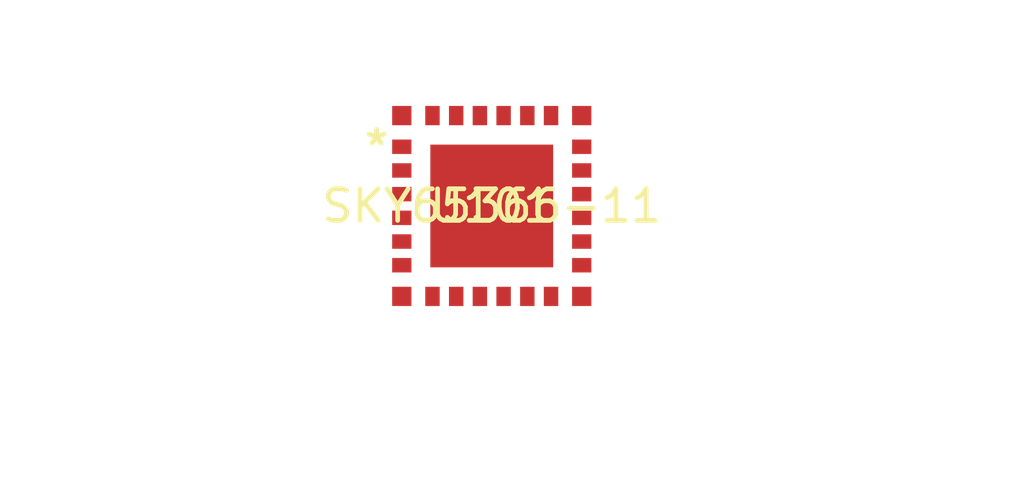
<source format=kicad_pcb>
(kicad_pcb (version 20211014) (generator pcbnew)
  (layers (0 "F.Cu" signal) (31 "B.Cu" signal) (34 "B.Paste" user) (35 "F.Paste" user) (36 "B.SilkS" user "B.Silkscreen") (37 "F.SilkS" user "F.Silkscreen") (38 "B.Mask" user) (39 "F.Mask" user) (44 "Edge.Cuts" user))
  (net 0 "")
  (footprint "SKY65366:SKY65366-11" (layer "F.Cu") (at 210.3 102.61)
    (fp_text reference "U101" (at 0 0) (layer "F.SilkS"))
    (fp_text value "SKY65366-11" (at 0 0) (layer "F.SilkS"))
    (fp_text user "*" (at -3.640963 -1.875) (layer "F.SilkS"))
    (fp_text user "*" (at -3.640963 -1.875) (layer "F.SilkS"))
    (pad "1" smd rect locked (at -2.845206 -2.862021) (size 0.6096 0.6096) (layers "F.Cu" "F.Paste" "F.Mask"))
    (pad "2" smd rect locked (at -2.845194 -1.875 90) (size 0.4572 0.6096) (layers "F.Cu" "F.Paste" "F.Mask"))
    (pad "3" smd rect locked (at -2.845194 -1.124999 90) (size 0.4572 0.6096) (layers "F.Cu" "F.Paste" "F.Mask"))
    (pad "4" smd rect locked (at -2.845194 -0.375001 90) (size 0.4572 0.6096) (layers "F.Cu" "F.Paste" "F.Mask"))
    (pad "5" smd rect locked (at -2.845194 0.375001 90) (size 0.4572 0.6096) (layers "F.Cu" "F.Paste" "F.Mask"))
    (pad "6" smd rect locked (at -2.845194 1.124999 90) (size 0.4572 0.6096) (layers "F.Cu" "F.Paste" "F.Mask"))
    (pad "7" smd rect locked (at -2.845194 1.875 90) (size 0.4572 0.6096) (layers "F.Cu" "F.Paste" "F.Mask"))
    (pad "8" smd rect locked (at -2.845206 2.861005) (size 0.6096 0.6096) (layers "F.Cu" "F.Paste" "F.Mask"))
    (pad "9" smd rect locked (at -1.875 2.862008) (size 0.4572 0.6096) (layers "F.Cu" "F.Paste" "F.Mask"))
    (pad "10" smd rect locked (at -1.124999 2.862008) (size 0.4572 0.6096) (layers "F.Cu" "F.Paste" "F.Mask"))
    (pad "11" smd rect locked (at -0.375001 2.862008) (size 0.4572 0.6096) (layers "F.Cu" "F.Paste" "F.Mask"))
    (pad "12" smd rect locked (at 0.375001 2.862008) (size 0.4572 0.6096) (layers "F.Cu" "F.Paste" "F.Mask"))
    (pad "13" smd rect locked (at 1.124999 2.862008) (size 0.4572 0.6096) (layers "F.Cu" "F.Paste" "F.Mask"))
    (pad "14" smd rect locked (at 1.875 2.862008) (size 0.4572 0.6096) (layers "F.Cu" "F.Paste" "F.Mask"))
    (pad "15" smd rect locked (at 2.845206 2.861005) (size 0.6096 0.6096) (layers "F.Cu" "F.Paste" "F.Mask"))
    (pad "16" smd rect locked (at 2.845194 1.875 90) (size 0.4572 0.6096) (layers "F.Cu" "F.Paste" "F.Mask"))
    (pad "17" smd rect locked (at 2.845194 1.124999 90) (size 0.4572 0.6096) (layers "F.Cu" "F.Paste" "F.Mask"))
    (pad "18" smd rect locked (at 2.845194 0.375001 90) (size 0.4572 0.6096) (layers "F.Cu" "F.Paste" "F.Mask"))
    (pad "19" smd rect locked (at 2.845194 -0.375001 90) (size 0.4572 0.6096) (layers "F.Cu" "F.Paste" "F.Mask"))
    (pad "20" smd rect locked (at 2.845194 -1.124999 90) (size 0.4572 0.6096) (layers "F.Cu" "F.Paste" "F.Mask"))
    (pad "21" smd rect locked (at 2.845194 -1.875 90) (size 0.4572 0.6096) (layers "F.Cu" "F.Paste" "F.Mask"))
    (pad "22" smd rect locked (at 2.845206 -2.862021) (size 0.6096 0.6096) (layers "F.Cu" "F.Paste" "F.Mask"))
    (pad "23" smd rect locked (at 1.875 -2.862008) (size 0.4572 0.6096) (layers "F.Cu" "F.Paste" "F.Mask"))
    (pad "24" smd rect locked (at 1.124999 -2.862008) (size 0.4572 0.6096) (layers "F.Cu" "F.Paste" "F.Mask"))
    (pad "25" smd rect locked (at 0.375001 -2.862008) (size 0.4572 0.6096) (layers "F.Cu" "F.Paste" "F.Mask"))
    (pad "26" smd rect locked (at -0.375001 -2.862008) (size 0.4572 0.6096) (layers "F.Cu" "F.Paste" "F.Mask"))
    (pad "27" smd rect locked (at -1.124999 -2.862008) (size 0.4572 0.6096) (layers "F.Cu" "F.Paste" "F.Mask"))
    (pad "28" smd rect locked (at -1.875 -2.862008) (size 0.4572 0.6096) (layers "F.Cu" "F.Paste" "F.Mask"))
    (pad "29" smd rect locked (at 0 0) (size 3.8862 3.8862) (layers "F.Cu" "F.Mask"))
  )
)
</source>
